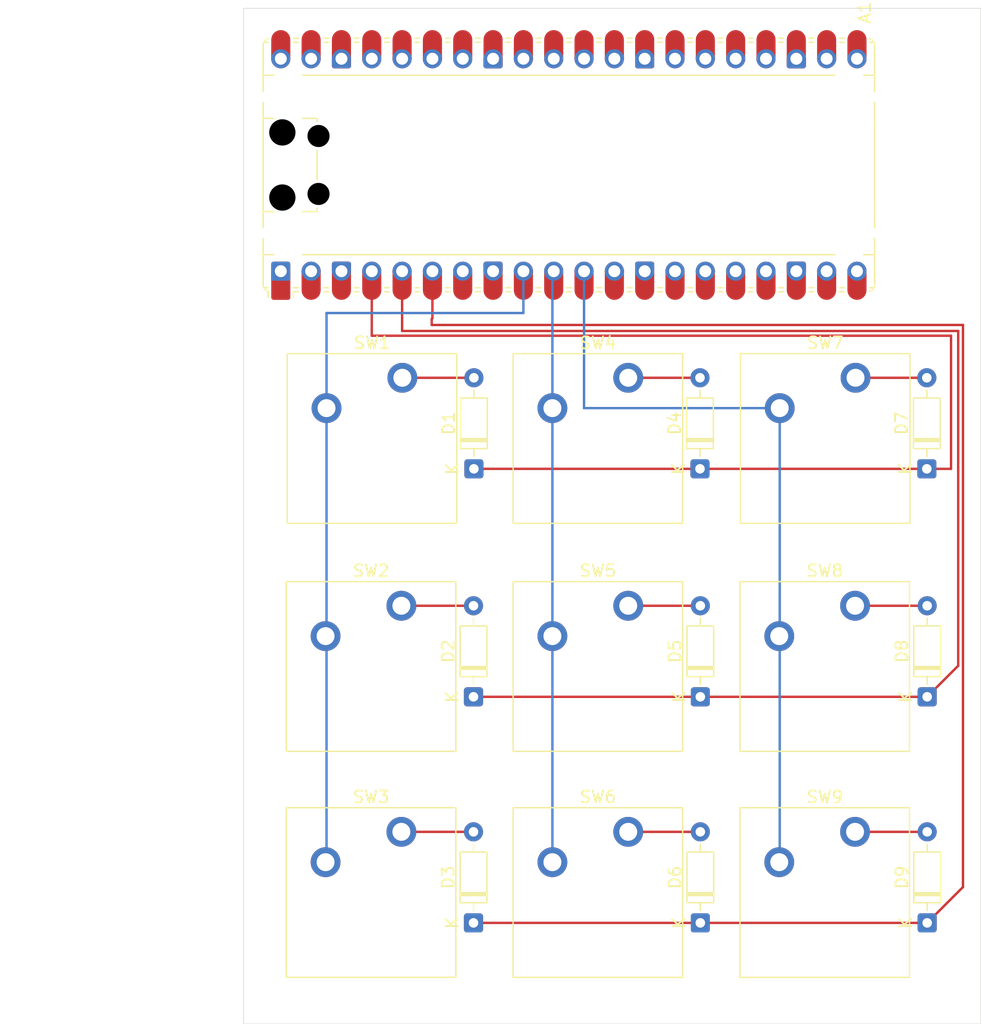
<source format=kicad_pcb>
(kicad_pcb (version 20241229) (generator "pcbnew") (generator_version "9.0")
  (layers (0 "F.Cu" signal) (2 "B.Cu" signal) (13 "F.Paste" user) (15 "B.Paste" user) (5 "F.SilkS" user "F.Silkscreen") (7 "B.SilkS" user "B.Silkscreen") (1 "F.Mask" user) (3 "B.Mask" user) (25 "Edge.Cuts" user))
  (net 0 "")
  (net 5 "Net-(A1-GND-Pad13)")
  (net 15 "Net-(A1-GPIO7)")
  (net 29 "Net-(D1-A)")
  (net 30 "Net-(D2-A)")
  (net 31 "Net-(D3-A)")
  (net 32 "Net-(D4-A)")
  (net 33 "Net-(D5-A)")
  (net 34 "Net-(D6-A)")
  (net 35 "Net-(D7-A)")
  (net 36 "Net-(D8-A)")
  (net 37 "Net-(D9-A)")
  (net 38 "Net-(A1-GPIO4)")
  (net 39 "Net-(A1-GPIO8)")
  (net 40 "Net-(A1-GPIO3)")
  (net 42 "Net-(A1-GPIO2)")
  (net 43 "Net-(A1-GPIO6)")
  (footprint "ScottoKeebs_MX:MX_PCB_1.00u" (layer "F.Cu") (at 122 65)
    (property "Reference" "SW1" (at 0 -8 0) (layer "F.SilkS"))
    (property "Value" "Switch")
    (fp_line (start -7.1 -7.1) (end -7.1 7.1) (stroke (width 0.12)) (layer "F.SilkS"))
    (fp_line (start -7.1 7.1) (end 7.1 7.1) (stroke (width 0.12)) (layer "F.SilkS"))
    (fp_line (start 7.1 -7.1) (end -7.1 -7.1) (stroke (width 0.12)) (layer "F.SilkS"))
    (fp_line (start 7.1 7.1) (end 7.1 -7.1) (stroke (width 0.12)) (layer "F.SilkS"))
    (pad "" np_thru_hole circle (at -5.08 0) (size 1.75 1.75) (drill 1.75) (layers "*.Cu" "*.Mask"))
    (pad "" np_thru_hole circle (at 0 0) (size 4 4) (drill 4) (layers "*.Cu" "*.Mask"))
    (pad "" np_thru_hole circle (at 5.08 0) (size 1.75 1.75) (drill 1.75) (layers "*.Cu" "*.Mask"))
    (pad "1" thru_hole circle (at -3.81 -2.54) (size 2.5 2.5) (drill 1.5) (layers "*.Cu" "*.Mask") (net 43 "Net-(A1-GPIO6)"))
    (pad "2" thru_hole circle (at 2.54 -5.08) (size 2.5 2.5) (drill 1.5) (layers "*.Cu" "*.Mask") (net 29 "Net-(D1-A)"))
  )
  (footprint "ScottoKeebs_MX:MX_PCB_1.00u" (layer "F.Cu") (at 159.92 103)
    (property "Reference" "SW9" (at 0 -8 0) (layer "F.SilkS"))
    (property "Value" "Switch")
    (fp_line (start -7.1 -7.1) (end -7.1 7.1) (stroke (width 0.12)) (layer "F.SilkS"))
    (fp_line (start -7.1 7.1) (end 7.1 7.1) (stroke (width 0.12)) (layer "F.SilkS"))
    (fp_line (start 7.1 -7.1) (end -7.1 -7.1) (stroke (width 0.12)) (layer "F.SilkS"))
    (fp_line (start 7.1 7.1) (end 7.1 -7.1) (stroke (width 0.12)) (layer "F.SilkS"))
    (pad "" np_thru_hole circle (at -5.08 0) (size 1.75 1.75) (drill 1.75) (layers "*.Cu" "*.Mask"))
    (pad "" np_thru_hole circle (at 0 0) (size 4 4) (drill 4) (layers "*.Cu" "*.Mask"))
    (pad "" np_thru_hole circle (at 5.08 0) (size 1.75 1.75) (drill 1.75) (layers "*.Cu" "*.Mask"))
    (pad "1" thru_hole circle (at -3.81 -2.54) (size 2.5 2.5) (drill 1.5) (layers "*.Cu" "*.Mask") (net 39 "Net-(A1-GPIO8)"))
    (pad "2" thru_hole circle (at 2.54 -5.08) (size 2.5 2.5) (drill 1.5) (layers "*.Cu" "*.Mask") (net 37 "Net-(D9-A)"))
  )
  (footprint "ScottoKeebs_MX:MX_PCB_1.00u" (layer "F.Cu") (at 140.92 103)
    (property "Reference" "SW6" (at 0 -8 0) (layer "F.SilkS"))
    (property "Value" "Switch")
    (fp_line (start -7.1 -7.1) (end -7.1 7.1) (stroke (width 0.12)) (layer "F.SilkS"))
    (fp_line (start -7.1 7.1) (end 7.1 7.1) (stroke (width 0.12)) (layer "F.SilkS"))
    (fp_line (start 7.1 -7.1) (end -7.1 -7.1) (stroke (width 0.12)) (layer "F.SilkS"))
    (fp_line (start 7.1 7.1) (end 7.1 -7.1) (stroke (width 0.12)) (layer "F.SilkS"))
    (pad "" np_thru_hole circle (at -5.08 0) (size 1.75 1.75) (drill 1.75) (layers "*.Cu" "*.Mask"))
    (pad "" np_thru_hole circle (at 0 0) (size 4 4) (drill 4) (layers "*.Cu" "*.Mask"))
    (pad "" np_thru_hole circle (at 5.08 0) (size 1.75 1.75) (drill 1.75) (layers "*.Cu" "*.Mask"))
    (pad "1" thru_hole circle (at -3.81 -2.54) (size 2.5 2.5) (drill 1.5) (layers "*.Cu" "*.Mask") (net 15 "Net-(A1-GPIO7)"))
    (pad "2" thru_hole circle (at 2.54 -5.08) (size 2.5 2.5) (drill 1.5) (layers "*.Cu" "*.Mask") (net 34 "Net-(D6-A)"))
  )
  (footprint "Diode_THT:D_DO-35_SOD27_P7.62mm_Horizontal" (layer "F.Cu") (at 149.5 105.54 90)
    (property "Reference" "D6" (at 3.81 -2.12 90) (layer "F.SilkS"))
    (property "Value" "1N4148")
    (fp_line (start 2.53 -1.12) (end 2.53 1.12) (stroke (width 0.12)) (layer "F.SilkS"))
    (fp_line (start 2.41 -1.12) (end 2.41 1.12) (stroke (width 0.12)) (layer "F.SilkS"))
    (fp_line (start 2.29 -1.12) (end 2.29 1.12) (stroke (width 0.12)) (layer "F.SilkS"))
    (fp_line (start 6.58 0) (end 5.93 0) (stroke (width 0.12)) (layer "F.SilkS"))
    (fp_line (start 1.04 0) (end 1.69 0) (stroke (width 0.12)) (layer "F.SilkS"))
    (fp_rect (start 1.69 -1.12) (end 5.93 1.12) (stroke (width 0.12)) (fill no) (layer "F.SilkS"))
    (fp_text user "K" (at 0 -1.8 90) (layer "F.SilkS"))
    (pad "1" thru_hole roundrect (at 0 0 90) (size 1.6 1.6) (drill 0.8) (layers "*.Cu" "*.Mask") (roundrect_rratio 0.15625) (net 38 "Net-(A1-GPIO4)"))
    (pad "2" thru_hole circle (at 7.62 0 90) (size 1.6 1.6) (drill 0.8) (layers "*.Cu" "*.Mask") (net 34 "Net-(D6-A)"))
  )
  (footprint "ScottoKeebs_MX:MX_PCB_1.00u" (layer "F.Cu") (at 159.92 84.08)
    (property "Reference" "SW8" (at 0 -8 0) (layer "F.SilkS"))
    (property "Value" "Switch")
    (fp_line (start -7.1 -7.1) (end -7.1 7.1) (stroke (width 0.12)) (layer "F.SilkS"))
    (fp_line (start -7.1 7.1) (end 7.1 7.1) (stroke (width 0.12)) (layer "F.SilkS"))
    (fp_line (start 7.1 -7.1) (end -7.1 -7.1) (stroke (width 0.12)) (layer "F.SilkS"))
    (fp_line (start 7.1 7.1) (end 7.1 -7.1) (stroke (width 0.12)) (layer "F.SilkS"))
    (pad "" np_thru_hole circle (at -5.08 0) (size 1.75 1.75) (drill 1.75) (layers "*.Cu" "*.Mask"))
    (pad "" np_thru_hole circle (at 0 0) (size 4 4) (drill 4) (layers "*.Cu" "*.Mask"))
    (pad "" np_thru_hole circle (at 5.08 0) (size 1.75 1.75) (drill 1.75) (layers "*.Cu" "*.Mask"))
    (pad "1" thru_hole circle (at -3.81 -2.54) (size 2.5 2.5) (drill 1.5) (layers "*.Cu" "*.Mask") (net 39 "Net-(A1-GPIO8)"))
    (pad "2" thru_hole circle (at 2.54 -5.08) (size 2.5 2.5) (drill 1.5) (layers "*.Cu" "*.Mask") (net 36 "Net-(D8-A)"))
  )
  (footprint "Diode_THT:D_DO-35_SOD27_P7.62mm_Horizontal" (layer "F.Cu") (at 149.470596 67.54 90)
    (property "Reference" "D4" (at 3.81 -2.12 90) (layer "F.SilkS"))
    (property "Value" "1N4148")
    (fp_line (start 2.53 -1.12) (end 2.53 1.12) (stroke (width 0.12)) (layer "F.SilkS"))
    (fp_line (start 2.41 -1.12) (end 2.41 1.12) (stroke (width 0.12)) (layer "F.SilkS"))
    (fp_line (start 2.29 -1.12) (end 2.29 1.12) (stroke (width 0.12)) (layer "F.SilkS"))
    (fp_line (start 6.58 0) (end 5.93 0) (stroke (width 0.12)) (layer "F.SilkS"))
    (fp_line (start 1.04 0) (end 1.69 0) (stroke (width 0.12)) (layer "F.SilkS"))
    (fp_rect (start 1.69 -1.12) (end 5.93 1.12) (stroke (width 0.12)) (fill no) (layer "F.SilkS"))
    (fp_text user "K" (at 0 -1.8 90) (layer "F.SilkS"))
    (pad "1" thru_hole roundrect (at 0 0 90) (size 1.6 1.6) (drill 0.8) (layers "*.Cu" "*.Mask") (roundrect_rratio 0.15625) (net 42 "Net-(A1-GPIO2)"))
    (pad "2" thru_hole circle (at 7.62 0 90) (size 1.6 1.6) (drill 0.8) (layers "*.Cu" "*.Mask") (net 32 "Net-(D4-A)"))
  )
  (footprint "Diode_THT:D_DO-35_SOD27_P7.62mm_Horizontal" (layer "F.Cu") (at 130.534693 67.54 90)
    (property "Reference" "D1" (at 3.81 -2.12 90) (layer "F.SilkS"))
    (property "Value" "1N4148")
    (fp_line (start 2.53 -1.12) (end 2.53 1.12) (stroke (width 0.12)) (layer "F.SilkS"))
    (fp_line (start 2.41 -1.12) (end 2.41 1.12) (stroke (width 0.12)) (layer "F.SilkS"))
    (fp_line (start 2.29 -1.12) (end 2.29 1.12) (stroke (width 0.12)) (layer "F.SilkS"))
    (fp_line (start 6.58 0) (end 5.93 0) (stroke (width 0.12)) (layer "F.SilkS"))
    (fp_line (start 1.04 0) (end 1.69 0) (stroke (width 0.12)) (layer "F.SilkS"))
    (fp_rect (start 1.69 -1.12) (end 5.93 1.12) (stroke (width 0.12)) (fill no) (layer "F.SilkS"))
    (fp_text user "K" (at 0 -1.8 90) (layer "F.SilkS"))
    (pad "1" thru_hole roundrect (at 0 0 90) (size 1.6 1.6) (drill 0.8) (layers "*.Cu" "*.Mask") (roundrect_rratio 0.15625) (net 42 "Net-(A1-GPIO2)"))
    (pad "2" thru_hole circle (at 7.62 0 90) (size 1.6 1.6) (drill 0.8) (layers "*.Cu" "*.Mask") (net 29 "Net-(D1-A)"))
  )
  (footprint "ScottoKeebs_MX:MX_PCB_1.00u" (layer "F.Cu") (at 140.92 84.08)
    (property "Reference" "SW5" (at 0 -8 0) (layer "F.SilkS"))
    (property "Value" "Switch")
    (fp_line (start -7.1 -7.1) (end -7.1 7.1) (stroke (width 0.12)) (layer "F.SilkS"))
    (fp_line (start -7.1 7.1) (end 7.1 7.1) (stroke (width 0.12)) (layer "F.SilkS"))
    (fp_line (start 7.1 -7.1) (end -7.1 -7.1) (stroke (width 0.12)) (layer "F.SilkS"))
    (fp_line (start 7.1 7.1) (end 7.1 -7.1) (stroke (width 0.12)) (layer "F.SilkS"))
    (pad "" np_thru_hole circle (at -5.08 0) (size 1.75 1.75) (drill 1.75) (layers "*.Cu" "*.Mask"))
    (pad "" np_thru_hole circle (at 0 0) (size 4 4) (drill 4) (layers "*.Cu" "*.Mask"))
    (pad "" np_thru_hole circle (at 5.08 0) (size 1.75 1.75) (drill 1.75) (layers "*.Cu" "*.Mask"))
    (pad "1" thru_hole circle (at -3.81 -2.54) (size 2.5 2.5) (drill 1.5) (layers "*.Cu" "*.Mask") (net 15 "Net-(A1-GPIO7)"))
    (pad "2" thru_hole circle (at 2.54 -5.08) (size 2.5 2.5) (drill 1.5) (layers "*.Cu" "*.Mask") (net 33 "Net-(D5-A)"))
  )
  (footprint "Module:RaspberryPi_Pico_Common_Unspecified" (layer "F.Cu") (at 138.49 42.11 90)
    (property "Reference" "A1" (at 11.7475 24.765 90) (layer "F.SilkS") (effects (justify left)))
    (property "Value" "RaspberryPi_Pico")
    (fp_line (start 10 -25.61) (end 7.51 -25.61) (stroke (width 0.12)) (layer "F.SilkS"))
    (fp_line (start 7.51 -25.61) (end 7.51 -24.69648) (stroke (width 0.12)) (layer "F.SilkS"))
    (fp_line (start 6.162061 -25.61) (end 7.51 -25.61) (stroke (width 0.12)) (layer "F.SilkS"))
    (fp_line (start 4.235 -25.61) (end 5.237939 -25.61) (stroke (width 0.12)) (layer "F.SilkS"))
    (fp_line (start 3.9 -25.61) (end 3.9 -24.694) (stroke (width 0.12)) (layer "F.SilkS"))
    (fp_line (start -3.9 -25.61) (end -3.9 -24.694) (stroke (width 0.12)) (layer "F.SilkS"))
    (fp_line (start -4.235 -25.61) (end 4.235 -25.61) (stroke (width 0.12)) (layer "F.SilkS"))
    (fp_line (start -5.237939 -25.61) (end -4.235 -25.61) (stroke (width 0.12)) (layer "F.SilkS"))
    (fp_line (start -7.51 -25.61) (end -6.16206 -25.61) (stroke (width 0.12)) (layer "F.SilkS"))
    (fp_line (start -7.51 -25.61) (end -7.51 -24.69648) (stroke (width 0.12)) (layer "F.SilkS"))
    (fp_line (start -10 -25.61) (end -7.51 -25.61) (stroke (width 0.12)) (layer "F.SilkS"))
    (fp_line (start -10.579676 -25.19) (end -11.09 -25.19) (stroke (width 0.12)) (layer "F.SilkS"))
    (fp_line (start 10.27 -25.189937) (end 10.27 -25.547) (stroke (width 0.12)) (layer "F.SilkS"))
    (fp_line (start -10.27 -25.189937) (end -10.27 -25.547) (stroke (width 0.12)) (layer "F.SilkS"))
    (fp_line (start 10.61 -23.07) (end 10.61 -22.65) (stroke (width 0.12)) (layer "F.SilkS"))
    (fp_line (start 10.27 -23.07) (end 10.27 -22.65) (stroke (width 0.12)) (layer "F.SilkS"))
    (fp_line (start -10.27 -23.07) (end -10.27 -22.65) (stroke (width 0.12)) (layer "F.SilkS"))
    (fp_line (start -10.61 -23.07) (end -11.09 -23.07) (stroke (width 0.12)) (layer "F.SilkS"))
    (fp_line (start -10.61 -23.07) (end -10.61 -22.65) (stroke (width 0.12)) (layer "F.SilkS"))
    (fp_line (start 3.9 -22.306) (end 3.9 -21.09) (stroke (width 0.12)) (layer "F.SilkS"))
    (fp_line (start -3.9 -22.306) (end -3.9 -21.09) (stroke (width 0.12)) (layer "F.SilkS"))
    (fp_line (start 7.51 -22.30352) (end 7.51 22.30352) (stroke (width 0.12)) (layer "F.SilkS"))
    (fp_line (start -7.51 -22.30352) (end -7.51 22.30352) (stroke (width 0.12)) (layer "F.SilkS"))
    (fp_line (start 3.60391 -21.09) (end 3.9 -21.09) (stroke (width 0.12)) (layer "F.SilkS"))
    (fp_line (start -1.24609 -21.09) (end 1.24609 -21.09) (stroke (width 0.12)) (layer "F.SilkS"))
    (fp_line (start -3.9 -21.09) (end -3.60391 -21.09) (stroke (width 0.12)) (layer "F.SilkS"))
    (fp_line (start 10.61 -20.53) (end 10.61 -20.11) (stroke (width 0.12)) (layer "F.SilkS"))
    (fp_line (start 10.27 -20.53) (end 10.27 -20.11) (stroke (width 0.12)) (layer "F.SilkS"))
    (fp_line (start -10.27 -20.53) (end -10.27 -20.11) (stroke (width 0.12)) (layer "F.SilkS"))
    (fp_line (start -10.61 -20.53) (end -10.61 -20.11) (stroke (width 0.12)) (layer "F.SilkS"))
    (fp_line (start 10.61 -17.99) (end 10.61 -17.57) (stroke (width 0.12)) (layer "F.SilkS"))
    (fp_line (start 10.27 -17.99) (end 10.27 -17.57) (stroke (width 0.12)) (layer "F.SilkS"))
    (fp_line (start -10.27 -17.99) (end -10.27 -17.57) (stroke (width 0.12)) (layer "F.SilkS"))
    (fp_line (start -10.61 -17.99) (end -10.61 -17.57) (stroke (width 0.12)) (layer "F.SilkS"))
    (fp_line (start 10.61 -15.45) (end 10.61 -15.03) (stroke (width 0.12)) (layer "F.SilkS"))
    (fp_line (start 10.27 -15.45) (end 10.27 -15.03) (stroke (width 0.12)) (layer "F.SilkS"))
    (fp_line (start -10.27 -15.45) (end -10.27 -15.03) (stroke (width 0.12)) (layer "F.SilkS"))
    (fp_line (start -10.61 -15.45) (end -10.61 -15.03) (stroke (width 0.12)) (layer "F.SilkS"))
    (fp_line (start 10.61 -12.91) (end 10.61 -12.49) (stroke (width 0.12)) (layer "F.SilkS"))
    (fp_line (start 10.27 -12.91) (end 10.27 -12.49) (stroke (width 0.12)) (layer "F.SilkS"))
    (fp_line (start -10.27 -12.91) (end -10.27 -12.49) (stroke (width 0.12)) (layer "F.SilkS"))
    (fp_line (start -10.61 -12.91) (end -10.61 -12.49) (stroke (width 0.12)) (layer "F.SilkS"))
    (fp_line (start 10.61 -10.37) (end 10.61 -9.95) (stroke (width 0.12)) (layer "F.SilkS"))
    (fp_line (start 10.27 -10.37) (end 10.27 -9.95) (stroke (width 0.12)) (layer "F.SilkS"))
    (fp_line (start -10.27 -10.37) (end -10.27 -9.95) (stroke (width 0.12)) (layer "F.SilkS"))
    (fp_line (start -10.61 -10.37) (end -10.61 -9.95) (stroke (width 0.12)) (layer "F.SilkS"))
    (fp_line (start 10.61 -7.83) (end 10.61 -7.41) (stroke (width 0.12)) (layer "F.SilkS"))
    (fp_line (start 10.27 -7.83) (end 10.27 -7.41) (stroke (width 0.12)) (layer "F.SilkS"))
    (fp_line (start -10.27 -7.83) (end -10.27 -7.41) (stroke (width 0.12)) (layer "F.SilkS"))
    (fp_line (start -10.61 -7.83) (end -10.61 -7.41) (stroke (width 0.12)) (layer "F.SilkS"))
    (fp_line (start 10.61 -5.29) (end 10.61 -4.87) (stroke (width 0.12)) (layer "F.SilkS"))
    (fp_line (start 10.27 -5.29) (end 10.27 -4.87) (stroke (width 0.12)) (layer "F.SilkS"))
    (fp_line (start -10.27 -5.29) (end -10.27 -4.87) (stroke (width 0.12)) (layer "F.SilkS"))
    (fp_line (start -10.61 -5.29) (end -10.61 -4.87) (stroke (width 0.12)) (layer "F.SilkS"))
    (fp_line (start 10.61 -2.75) (end 10.61 -2.33) (stroke (width 0.12)) (layer "F.SilkS"))
    (fp_line (start 10.27 -2.75) (end 10.27 -2.33) (stroke (width 0.12)) (layer "F.SilkS"))
    (fp_line (start -10.27 -2.75) (end -10.27 -2.33) (stroke (width 0.12)) (layer "F.SilkS"))
    (fp_line (start -10.61 -2.75) (end -10.61 -2.33) (stroke (width 0.12)) (layer "F.SilkS"))
    (fp_line (start 10.61 -0.21) (end 10.61 0.21) (stroke (width 0.12)) (layer "F.SilkS"))
    (fp_line (start 10.27 -0.21) (end 10.27 0.21) (stroke (width 0.12)) (layer "F.SilkS"))
    (fp_line (start -10.27 -0.21) (end -10.27 0.21) (stroke (width 0.12)) (layer "F.SilkS"))
    (fp_line (start -10.61 -0.21) (end -10.61 0.21) (stroke (width 0.12)) (layer "F.SilkS"))
    (fp_line (start 10.61 2.33) (end 10.61 2.75) (stroke (width 0.12)) (layer "F.SilkS"))
    (fp_line (start 10.27 2.33) (end 10.27 2.75) (stroke (width 0.12)) (layer "F.SilkS"))
    (fp_line (start -10.27 2.33) (end -10.27 2.75) (stroke (width 0.12)) (layer "F.SilkS"))
    (fp_line (start -10.61 2.33) (end -10.61 2.75) (stroke (width 0.12)) (layer "F.SilkS"))
    (fp_line (start 10.61 4.87) (end 10.61 5.29) (stroke (width 0.12)) (layer "F.SilkS"))
    (fp_line (start 10.27 4.87) (end 10.27 5.29) (stroke (width 0.12)) (layer "F.SilkS"))
    (fp_line (start -10.27 4.87) (end -10.27 5.29) (stroke (width 0.12)) (layer "F.SilkS"))
    (fp_line (start -10.61 4.87) (end -10.61 5.29) (stroke (width 0.12)) (layer "F.SilkS"))
    (fp_line (start 10.61 7.41) (end 10.61 7.83) (stroke (width 0.12)) (layer "F.SilkS"))
    (fp_line (start 10.27 7.41) (end 10.27 7.83) (stroke (width 0.12)) (layer "F.SilkS"))
    (fp_line (start -10.27 7.41) (end -10.27 7.83) (stroke (width 0.12)) (layer "F.SilkS"))
    (fp_line (start -10.61 7.41) (end -10.61 7.83) (stroke (width 0.12)) (layer "F.SilkS"))
    (fp_line (start 10.61 9.95) (end 10.61 10.37) (stroke (width 0.12)) (layer "F.SilkS"))
    (fp_line (start 10.27 9.95) (end 10.27 10.37) (stroke (width 0.12)) (layer "F.SilkS"))
    (fp_line (start -10.27 9.95) (end -10.27 10.37) (stroke (width 0.12)) (layer "F.SilkS"))
    (fp_line (start -10.61 9.95) (end -10.61 10.37) (stroke (width 0.12)) (layer "F.SilkS"))
    (fp_line (start 10.61 12.49) (end 10.61 12.91) (stroke (width 0.12)) (layer "F.SilkS"))
    (fp_line (start 10.27 12.49) (end 10.27 12.91) (stroke (width 0.12)) (layer "F.SilkS"))
    (fp_line (start -10.27 12.49) (end -10.27 12.91) (stroke (width 0.12)) (layer "F.SilkS"))
    (fp_line (start -10.61 12.49) (end -10.61 12.91) (stroke (width 0.12)) (layer "F.SilkS"))
    (fp_line (start 10.61 15.03) (end 10.61 15.45) (stroke (width 0.12)) (layer "F.SilkS"))
    (fp_line (start 10.27 15.03) (end 10.27 15.45) (stroke (width 0.12)) (layer "F.SilkS"))
    (fp_line (start -10.27 15.03) (end -10.27 15.45) (stroke (width 0.12)) (layer "F.SilkS"))
    (fp_line (start -10.61 15.03) (end -10.61 15.45) (stroke (width 0.12)) (layer "F.SilkS"))
    (fp_line (start 10.61 17.57) (end 10.61 17.99) (stroke (width 0.12)) (layer "F.SilkS"))
    (fp_line (start 10.27 17.57) (end 10.27 17.99) (stroke (width 0.12)) (layer "F.SilkS"))
    (fp_line (start -10.27 17.57) (end -10.27 17.99) (stroke (width 0.12)) (layer "F.SilkS"))
    (fp_line (start -10.61 17.57) (end -10.61 17.99) (stroke (width 0.12)) (layer "F.SilkS"))
    (fp_line (start 10.61 20.11) (end 10.61 20.53) (stroke (width 0.12)) (layer "F.SilkS"))
    (fp_line (start 10.27 20.11) (end 10.27 20.53) (stroke (width 0.12)) (layer "F.SilkS"))
    (fp_line (start -10.27 20.11) (end -10.27 20.53) (stroke (width 0.12)) (layer "F.SilkS"))
    (fp_line (start -10.61 20.11) (end -10.61 20.53) (stroke (width 0.12)) (layer "F.SilkS"))
    (fp_line (start 10.61 22.65) (end 10.61 23.07) (stroke (width 0.12)) (layer "F.SilkS"))
    (fp_line (start 10.27 22.65) (end 10.27 23.07) (stroke (width 0.12)) (layer "F.SilkS"))
    (fp_line (start -10.27 22.65) (end -10.27 23.07) (stroke (width 0.12)) (layer "F.SilkS"))
    (fp_line (start -10.61 22.65) (end -10.61 23.07) (stroke (width 0.12)) (layer "F.SilkS"))
    (fp_line (start 7.51 24.69648) (end 7.51 25.61) (stroke (width 0.12)) (layer "F.SilkS"))
    (fp_line (start -7.51 24.69648) (end -7.51 25.61) (stroke (width 0.12)) (layer "F.SilkS"))
    (fp_line (start 10.27 25.189937) (end 10.27 25.547) (stroke (width 0.12)) (layer "F.SilkS"))
    (fp_line (start -10.27 25.189937) (end -10.27 25.547) (stroke (width 0.12)) (layer "F.SilkS"))
    (fp_line (start 6.162061 25.61) (end 10 25.61) (stroke (width 0.12)) (layer "F.SilkS"))
    (fp_line (start 5.237939 25.61) (end 3.6 25.61) (stroke (width 0.12)) (layer "F.SilkS"))
    (fp_line (start 3.6 25.61) (end -3.6 25.61) (stroke (width 0.12)) (layer "F.SilkS"))
    (fp_line (start -3.6 25.61) (end -5.237939 25.61) (stroke (width 0.12)) (layer "F.SilkS"))
    (fp_line (start -10 25.61) (end -6.162061 25.61) (stroke (width 0.12)) (layer "F.SilkS"))
    (fp_arc (start 10 -25.61) (mid 10.357937 -25.493944) (end 10.579676 -25.189937) (stroke (width 0.12)) (layer "F.SilkS"))
    (fp_arc (start -10.579676 -25.19) (mid -10.357938 -25.493944) (end -10 -25.61) (stroke (width 0.12)) (layer "F.SilkS"))
    (fp_arc (start 10.579676 25.189937) (mid 10.357946 25.493957) (end 10 25.61) (stroke (width 0.12)) (layer "F.SilkS"))
    (fp_arc (start -10 25.61) (mid -10.357937 25.493944) (end -10.579676 25.189937) (stroke (width 0.12)) (layer "F.SilkS"))
    (pad "" np_thru_hole circle (at -2.725 -24 90) (size 2.2 2.2) (drill 2.2) (layers "*.Mask"))
    (pad "" np_thru_hole circle (at -2.425 -20.97 90) (size 1.85 1.85) (drill 1.85) (layers "*.Mask"))
    (pad "" np_thru_hole circle (at 2.425 -20.97 90) (size 1.85 1.85) (drill 1.85) (layers "*.Mask"))
    (pad "" np_thru_hole circle (at 2.725 -24 90) (size 2.2 2.2) (drill 2.2) (layers "*.Mask"))
    (pad "1" smd custom (at -9.69 -24.13 90) (size 1.6 0.8) (layers "F.Cu" "F.Mask") (options (clearance outline) (anchor rect)) (primitives (gr_circle (center 0.8 0) (end 1.6 0) (width 0) (fill yes)) (gr_poly (pts (xy -1.6 -0.6) (xy -1.6 0.6) (xy -1.4 0.8) (xy 0.8 0.8) (xy 0.8 -0.8) (xy -1.4 -0.8)) (width 0) (fill yes)) (gr_circle (center -1.4 -0.6) (end -1.2 -0.6) (width 0) (fill yes)) (gr_circle (center -1.4 0.6) (end -1.2 0.6) (width 0) (fill yes))))
    (pad "1" thru_hole roundrect (at -8.89 -24.13 90) (size 1.6 1.6) (drill 1) (layers "*.Cu" "*.Mask") (roundrect_rratio 0.125))
    (pad "2" smd roundrect (at -9.69 -21.59 90) (size 3.2 1.6) (layers "F.Cu" "F.Mask") (roundrect_rratio 0.5))
    (pad "2" thru_hole circle (at -8.89 -21.59 90) (size 1.6 1.6) (drill 1) (layers "*.Cu" "*.Mask"))
    (pad "3" smd custom (at -9.69 -19.05 90) (size 1.6 0.8) (layers "F.Cu" "F.Mask") (net 5 "Net-(A1-GND-Pad13)") (options (clearance outline) (anchor rect)) (primitives (gr_circle (center -0.8 0) (end 0 0) (width 0) (fill yes)) (gr_poly (pts (xy 1.6 -0.6) (xy 1.6 0.6) (xy 1.4 0.8) (xy -0.8 0.8) (xy -0.8 -0.8) (xy 1.4 -0.8)) (width 0) (fill yes)) (gr_circle (center 1.4 -0.6) (end 1.6 -0.6) (width 0) (fill yes)) (gr_circle (center 1.4 0.6) (end 1.6 0.6) (width 0) (fill yes))))
    (pad "3" thru_hole custom (at -8.89 -19.05 90) (size 1.6 1.6) (drill 1) (layers "*.Cu" "*.Mask") (net 5 "Net-(A1-GND-Pad13)") (options (clearance outline) (anchor circle)) (primitives (gr_poly (pts (xy 0.8 0.6) (xy 0.8 -0.6) (xy 0.6 -0.8) (xy 0 -0.8) (xy 0 0.8) (xy 0.6 0.8)) (width 0) (fill yes)) (gr_circle (center 0.6 0.6) (end 0.8 0.6) (width 0) (fill yes)) (gr_circle (center 0.6 -0.6) (end 0.8 -0.6) (width 0) (fill yes))))
    (pad "4" smd roundrect (at -9.69 -16.51 90) (size 3.2 1.6) (layers "F.Cu" "F.Mask") (roundrect_rratio 0.5) (net 42 "Net-(A1-GPIO2)"))
    (pad "4" thru_hole circle (at -8.89 -16.51 90) (size 1.6 1.6) (drill 1) (layers "*.Cu" "*.Mask") (net 42 "Net-(A1-GPIO2)"))
    (pad "5" smd roundrect (at -9.69 -13.97 90) (size 3.2 1.6) (layers "F.Cu" "F.Mask") (roundrect_rratio 0.5) (net 40 "Net-(A1-GPIO3)"))
    (pad "5" thru_hole circle (at -8.89 -13.97 90) (size 1.6 1.6) (drill 1) (layers "*.Cu" "*.Mask") (net 40 "Net-(A1-GPIO3)"))
    (pad "6" smd roundrect (at -9.69 -11.43 90) (size 3.2 1.6) (layers "F.Cu" "F.Mask") (roundrect_rratio 0.5) (net 38 "Net-(A1-GPIO4)"))
    (pad "6" thru_hole circle (at -8.89 -11.43 90) (size 1.6 1.6) (drill 1) (layers "*.Cu" "*.Mask") (net 38 "Net-(A1-GPIO4)"))
    (pad "7" smd roundrect (at -9.69 -8.89 90) (size 3.2 1.6) (layers "F.Cu" "F.Mask") (roundrect_rratio 0.5))
    (pad "7" thru_hole circle (at -8.89 -8.89 90) (size 1.6 1.6) (drill 1) (layers "*.Cu" "*.Mask"))
    (pad "8" smd custom (at -9.69 -6.35 90) (size 1.6 0.8) (layers "F.Cu" "F.Mask") (net 5 "Net-(A1-GND-Pad13)") (options (clearance outline) (anchor rect)) (primitives (gr_circle (center -0.8 0) (end 0 0) (width 0) (fill yes)) (gr_poly (pts (xy 1.6 -0.6) (xy 1.6 0.6) (xy 1.4 0.8) (xy -0.8 0.8) (xy -0.8 -0.8) (xy 1.4 -0.8)) (width 0) (fill yes)) (gr_circle (center 1.4 -0.6) (end 1.6 -0.6) (width 0) (fill yes)) (gr_circle (center 1.4 0.6) (end 1.6 0.6) (width 0) (fill yes))))
    (pad "8" thru_hole custom (at -8.89 -6.35 90) (size 1.6 1.6) (drill 1) (layers "*.Cu" "*.Mask") (net 5 "Net-(A1-GND-Pad13)") (options (clearance outline) (anchor circle)) (primitives (gr_poly (pts (xy 0.8 0.6) (xy 0.8 -0.6) (xy 0.6 -0.8) (xy 0 -0.8) (xy 0 0.8) (xy 0.6 0.8)) (width 0) (fill yes)) (gr_circle (center 0.6 0.6) (end 0.8 0.6) (width 0) (fill yes)) (gr_circle (center 0.6 -0.6) (end 0.8 -0.6) (width 0) (fill yes))))
    (pad "9" smd roundrect (at -9.69 -3.81 90) (size 3.2 1.6) (layers "F.Cu" "F.Mask") (roundrect_rratio 0.5) (net 43 "Net-(A1-GPIO6)"))
    (pad "9" thru_hole circle (at -8.89 -3.81 90) (size 1.6 1.6) (drill 1) (layers "*.Cu" "*.Mask") (net 43 "Net-(A1-GPIO6)"))
    (pad "10" smd roundrect (at -9.69 -1.27 90) (size 3.2 1.6) (layers "F.Cu" "F.Mask") (roundrect_rratio 0.5) (net 15 "Net-(A1-GPIO7)"))
    (pad "10" thru_hole circle (at -8.89 -1.27 90) (size 1.6 1.6) (drill 1) (layers "*.Cu" "*.Mask") (net 15 "Net-(A1-GPIO7)"))
    (pad "11" smd roundrect (at -9.69 1.27 90) (size 3.2 1.6) (layers "F.Cu" "F.Mask") (roundrect_rratio 0.5) (net 39 "Net-(A1-GPIO8)"))
    (pad "11" thru_hole circle (at -8.89 1.27 90) (size 1.6 1.6) (drill 1) (layers "*.Cu" "*.Mask") (net 39 "Net-(A1-GPIO8)"))
    (pad "12" smd roundrect (at -9.69 3.81 90) (size 3.2 1.6) (layers "F.Cu" "F.Mask") (roundrect_rratio 0.5))
    (pad "12" thru_hole circle (at -8.89 3.81 90) (size 1.6 1.6) (drill 1) (layers "*.Cu" "*.Mask"))
    (pad "13" smd custom (at -9.69 6.35 90) (size 1.6 0.8) (layers "F.Cu" "F.Mask") (net 5 "Net-(A1-GND-Pad13)") (options (clearance outline) (anchor rect)) (primitives (gr_circle (center -0.8 0) (end 0 0) (width 0) (fill yes)) (gr_poly (pts (xy 1.6 -0.6) (xy 1.6 0.6) (xy 1.4 0.8) (xy -0.8 0.8) (xy -0.8 -0.8) (xy 1.4 -0.8)) (width 0) (fill yes)) (gr_circle (center 1.4 -0.6) (end 1.6 -0.6) (width 0) (fill yes)) (gr_circle (center 1.4 0.6) (end 1.6 0.6) (width 0) (fill yes))))
    (pad "13" thru_hole custom (at -8.89 6.35 90) (size 1.6 1.6) (drill 1) (layers "*.Cu" "*.Mask") (net 5 "Net-(A1-GND-Pad13)") (options (clearance outline) (anchor circle)) (primitives (gr_poly (pts (xy 0.8 0.6) (xy 0.8 -0.6) (xy 0.6 -0.8) (xy 0 -0.8) (xy 0 0.8) (xy 0.6 0.8)) (width 0) (fill yes)) (gr_circle (center 0.6 0.6) (end 0.8 0.6) (width 0) (fill yes)) (gr_circle (center 0.6 -0.6) (end 0.8 -0.6) (width 0) (fill yes))))
    (pad "14" smd roundrect (at -9.69 8.89 90) (size 3.2 1.6) (layers "F.Cu" "F.Mask") (roundrect_rratio 0.5))
    (pad "14" thru_hole circle (at -8.89 8.89 90) (size 1.6 1.6) (drill 1) (layers "*.Cu" "*.Mask"))
    (pad "15" smd roundrect (at -9.69 11.43 90) (size 3.2 1.6) (layers "F.Cu" "F.Mask") (roundrect_rratio 0.5))
    (pad "15" thru_hole circle (at -8.89 11.43 90) (size 1.6 1.6) (drill 1) (layers "*.Cu" "*.Mask"))
    (pad "16" smd roundrect (at -9.69 13.97 90) (size 3.2 1.6) (layers "F.Cu" "F.Mask") (roundrect_rratio 0.5))
    (pad "16" thru_hole circle (at -8.89 13.97 90) (size 1.6 1.6) (drill 1) (layers "*.Cu" "*.Mask"))
    (pad "17" smd roundrect (at -9.69 16.51 90) (size 3.2 1.6) (layers "F.Cu" "F.Mask") (roundrect_rratio 0.5))
    (pad "17" thru_hole circle (at -8.89 16.51 90) (size 1.6 1.6) (drill 1) (layers "*.Cu" "*.Mask"))
    (pad "18" smd custom (at -9.69 19.05 90) (size 1.6 0.8) (layers "F.Cu" "F.Mask") (net 5 "Net-(A1-GND-Pad13)") (options (clearance outline) (anchor rect)) (primitives (gr_circle (center -0.8 0) (end 0 0) (width 0) (fill yes)) (gr_poly (pts (xy 1.6 -0.6) (xy 1.6 0.6) (xy 1.4 0.8) (xy -0.8 0.8) (xy -0.8 -0.8) (xy 1.4 -0.8)) (width 0) (fill yes)) (gr_circle (center 1.4 -0.6) (end 1.6 -0.6) (width 0) (fill yes)) (gr_circle (center 1.4 0.6) (end 1.6 0.6) (width 0) (fill yes))))
    (pad "18" thru_hole custom (at -8.89 19.05 90) (size 1.6 1.6) (drill 1) (layers "*.Cu" "*.Mask") (net 5 "Net-(A1-GND-Pad13)") (options (clearance outline) (anchor circle)) (primitives (gr_poly (pts (xy 0.8 0.6) (xy 0.8 -0.6) (xy 0.6 -0.8) (xy 0 -0.8) (xy 0 0.8) (xy 0.6 0.8)) (width 0) (fill yes)) (gr_circle (center 0.6 0.6) (end 0.8 0.6) (width 0) (fill yes)) (gr_circle (center 0.6 -0.6) (end 0.8 -0.6) (width 0) (fill yes))))
    (pad "19" smd roundrect (at -9.69 21.59 90) (size 3.2 1.6) (layers "F.Cu" "F.Mask") (roundrect_rratio 0.5))
    (pad "19" thru_hole circle (at -8.89 21.59 90) (size 1.6 1.6) (drill 1) (layers "*.Cu" "*.Mask"))
    (pad "20" smd roundrect (at -9.69 24.13 90) (size 3.2 1.6) (layers "F.Cu" "F.Mask") (roundrect_rratio 0.5))
    (pad "20" thru_hole circle (at -8.89 24.13 90) (size 1.6 1.6) (drill 1) (layers "*.Cu" "*.Mask"))
    (pad "21" thru_hole circle (at 8.89 24.13 90) (size 1.6 1.6) (drill 1) (layers "*.Cu" "*.Mask"))
    (pad "21" smd roundrect (at 9.69 24.13 90) (size 3.2 1.6) (layers "F.Cu" "F.Mask") (roundrect_rratio 0.5))
    (pad "22" thru_hole circle (at 8.89 21.59 90) (size 1.6 1.6) (drill 1) (layers "*.Cu" "*.Mask"))
    (pad "22" smd roundrect (at 9.69 21.59 90) (size 3.2 1.6) (layers "F.Cu" "F.Mask") (roundrect_rratio 0.5))
    (pad "23" thru_hole custom (at 8.89 19.05 90) (size 1.6 1.6) (drill 1) (layers "*.Cu" "*.Mask") (net 5 "Net-(A1-GND-Pad13)") (options (clearance outline) (anchor circle)) (primitives (gr_poly (pts (xy -0.8 0.6) (xy -0.8 -0.6) (xy -0.6 -0.8) (xy 0 -0.8) (xy 0 0.8) (xy -0.6 0.8)) (width 0) (fill yes)) (gr_circle (center -0.6 0.6) (end -0.4 0.6) (width 0) (fill yes)) (gr_circle (center -0.6 -0.6) (end -0.4 -0.6) (width 0) (fill yes))))
    (pad "23" smd custom (at 9.69 19.05 90) (size 1.6 0.8) (layers "F.Cu" "F.Mask") (net 5 "Net-(A1-GND-Pad13)") (options (clearance outline) (anchor rect)) (primitives (gr_circle (center 0.8 0) (end 1.6 0) (width 0) (fill yes)) (gr_poly (pts (xy -1.6 -0.6) (xy -1.6 0.6) (xy -1.4 0.8) (xy 0.8 0.8) (xy 0.8 -0.8) (xy -1.4 -0.8)) (width 0) (fill yes)) (gr_circle (center -1.4 -0.6) (end -1.2 -0.6) (width 0) (fill yes)) (gr_circle (center -1.4 0.6) (end -1.2 0.6) (width 0) (fill yes))))
    (pad "24" thru_hole circle (at 8.89 16.51 90) (size 1.6 1.6) (drill 1) (layers "*.Cu" "*.Mask"))
    (pad "24" smd roundrect (at 9.69 16.51 90) (size 3.2 1.6) (layers "F.Cu" "F.Mask") (roundrect_rratio 0.5))
    (pad "25" thru_hole circle (at 8.89 13.97 90) (size 1.6 1.6) (drill 1) (layers "*.Cu" "*.Mask"))
    (pad "25" smd roundrect (at 9.69 13.97 90) (size 3.2 1.6) (layers "F.Cu" "F.Mask") (roundrect_rratio 0.5))
    (pad "26" thru_hole circle (at 8.89 11.43 90) (size 1.6 1.6) (drill 1) (layers "*.Cu" "*.Mask"))
    (pad "26" smd roundrect (at 9.69 11.43 90) (size 3.2 1.6) (layers "F.Cu" "F.Mask") (roundrect_rratio 0.5))
    (pad "27" thru_hole circle (at 8.89 8.89 90) (size 1.6 1.6) (drill 1) (layers "*.Cu" "*.Mask"))
    (pad "27" smd roundrect (at 9.69 8.89 90) (size 3.2 1.6) (layers "F.Cu" "F.Mask") (roundrect_rratio 0.5))
    (pad "28" thru_hole custom (at 8.89 6.35 90) (size 1.6 1.6) (drill 1) (layers "*.Cu" "*.Mask") (net 5 "Net-(A1-GND-Pad13)") (options (clearance outline) (anchor circle)) (primitives (gr_poly (pts (xy -0.8 0.6) (xy -0.8 -0.6) (xy -0.6 -0.8) (xy 0 -0.8) (xy 0 0.8) (xy -0.6 0.8)) (width 0) (fill yes)) (gr_circle (center -0.6 0.6) (end -0.4 0.6) (width 0) (fill yes)) (gr_circle (center -0.6 -0.6) (end -0.4 -0.6) (width 0) (fill yes))))
    (pad "28" smd custom (at 9.69 6.35 90) (size 1.6 0.8) (layers "F.Cu" "F.Mask") (net 5 "Net-(A1-GND-Pad13)") (options (clearance outline) (anchor rect)) (primitives (gr_circle (center 0.8 0) (end 1.6 0) (width 0) (fill yes)) (gr_poly (pts (xy -1.6 -0.6) (xy -1.6 0.6) (xy -1.4 0.8) (xy 0.8 0.8) (xy 0.8 -0.8) (xy -1.4 -0.8)) (width 0) (fill yes)) (gr_circle (center -1.4 -0.6) (end -1.2 -0.6) (width 0) (fill yes)) (gr_circle (center -1.4 0.6) (end -1.2 0.6) (width 0) (fill yes))))
    (pad "29" thru_hole circle (at 8.89 3.81 90) (size 1.6 1.6) (drill 1) (layers "*.Cu" "*.Mask"))
    (pad "29" smd roundrect (at 9.69 3.81 90) (size 3.2 1.6) (layers "F.Cu" "F.Mask") (roundrect_rratio 0.5))
    (pad "30" thru_hole circle (at 8.89 1.27 90) (size 1.6 1.6) (drill 1) (layers "*.Cu" "*.Mask"))
    (pad "30" smd roundrect (at 9.69 1.27 90) (size 3.2 1.6) (layers "F.Cu" "F.Mask") (roundrect_rratio 0.5))
    (pad "31" thru_hole circle (at 8.89 -1.27 90) (size 1.6 1.6) (drill 1) (layers "*.Cu" "*.Mask"))
    (pad "31" smd roundrect (at 9.69 -1.27 90) (size 3.2 1.6) (layers "F.Cu" "F.Mask") (roundrect_rratio 0.5))
    (pad "32" thru_hole circle (at 8.89 -3.81 90) (size 1.6 1.6) (drill 1) (layers "*.Cu" "*.Mask"))
    (pad "32" smd roundrect (at 9.69 -3.81 90) (size 3.2 1.6) (layers "F.Cu" "F.Mask") (roundrect_rratio 0.5))
    (pad "33" thru_hole custom (at 8.89 -6.35 90) (size 1.6 1.6) (drill 1) (layers "*.Cu" "*.Mask") (options (clearance outline) (anchor circle)) (primitives (gr_poly (pts (xy -0.8 0.6) (xy -0.8 -0.6) (xy -0.6 -0.8) (xy 0 -0.8) (xy 0 0.8) (xy -0.6 0.8)) (width 0) (fill yes)) (gr_circle (center -0.6 0.6) (end -0.4 0.6) (width 0) (fill yes)) (gr_circle (center -0.6 -0.6) (end -0.4 -0.6) (width 0) (fill yes))))
    (pad "33" smd custom (at 9.69 -6.35 90) (size 1.6 0.8) (layers "F.Cu" "F.Mask") (options (clearance outline) (anchor rect)) (primitives (gr_circle (center 0.8 0) (end 1.6 0) (width 0) (fill yes)) (gr_poly (pts (xy -1.6 -0.6) (xy -1.6 0.6) (xy -1.4 0.8) (xy 0.8 0.8) (xy 0.8 -0.8) (xy -1.4 -0.8)) (width 0) (fill yes)) (gr_circle (center -1.4 -0.6) (end -1.2 -0.6) (width 0) (fill yes)) (gr_circle (center -1.4 0.6) (end -1.2 0.6) (width 0) (fill yes))))
    (pad "34" thru_hole circle (at 8.89 -8.89 90) (size 1.6 1.6) (drill 1) (layers "*.Cu" "*.Mask"))
    (pad "34" smd roundrect (at 9.69 -8.89 90) (size 3.2 1.6) (layers "F.Cu" "F.Mask") (roundrect_rratio 0.5))
    (pad "35" thru_hole circle (at 8.89 -11.43 90) (size 1.6 1.6) (drill 1) (layers "*.Cu" "*.Mask"))
    (pad "35" smd roundrect (at 9.69 -11.43 90) (size 3.2 1.6) (layers "F.Cu" "F.Mask") (roundrect_rratio 0.5))
    (pad "36" thru_hole circle (at 8.89 -13.97 90) (size 1.6 1.6) (drill 1) (layers "*.Cu" "*.Mask"))
    (pad "36" smd roundrect (at 9.69 -13.97 90) (size 3.2 1.6) (layers "F.Cu" "F.Mask") (roundrect_rratio 0.5))
    (pad "37" thru_hole circle (at 8.89 -16.51 90) (size 1.6 1.6) (drill 1) (layers "*.Cu" "*.Mask"))
    (pad "37" smd roundrect (at 9.69 -16.51 90) (size 3.2 1.6) (layers "F.Cu" "F.Mask") (roundrect_rratio 0.5))
    (pad "38" thru_hole custom (at 8.89 -19.05 90) (size 1.6 1.6) (drill 1) (layers "*.Cu" "*.Mask") (net 5 "Net-(A1-GND-Pad13)") (options (clearance outline) (anchor circle)) (primitives (gr_poly (pts (xy -0.8 0.6) (xy -0.8 -0.6) (xy -0.6 -0.8) (xy 0 -0.8) (xy 0 0.8) (xy -0.6 0.8)) (width 0) (fill yes)) (gr_circle (center -0.6 0.6) (end -0.4 0.6) (width 0) (fill yes)) (gr_circle (center -0.6 -0.6) (end -0.4 -0.6) (width 0) (fill yes))))
    (pad "38" smd custom (at 9.69 -19.05 90) (size 1.6 0.8) (layers "F.Cu" "F.Mask") (net 5 "Net-(A1-GND-Pad13)") (options (clearance outline) (anchor rect)) (primitives (gr_circle (center 0.8 0) (end 1.6 0) (width 0) (fill yes)) (gr_poly (pts (xy -1.6 -0.6) (xy -1.6 0.6) (xy -1.4 0.8) (xy 0.8 0.8) (xy 0.8 -0.8) (xy -1.4 -0.8)) (width 0) (fill yes)) (gr_circle (center -1.4 -0.6) (end -1.2 -0.6) (width 0) (fill yes)) (gr_circle (center -1.4 0.6) (end -1.2 0.6) (width 0) (fill yes))))
    (pad "39" thru_hole circle (at 8.89 -21.59 90) (size 1.6 1.6) (drill 1) (layers "*.Cu" "*.Mask"))
    (pad "39" smd roundrect (at 9.69 -21.59 90) (size 3.2 1.6) (layers "F.Cu" "F.Mask") (roundrect_rratio 0.5))
    (pad "40" thru_hole circle (at 8.89 -24.13 90) (size 1.6 1.6) (drill 1) (layers "*.Cu" "*.Mask"))
    (pad "40" smd roundrect (at 9.69 -24.13 90) (size 3.2 1.6) (layers "F.Cu" "F.Mask") (roundrect_rratio 0.5))
  )
  (footprint "Diode_THT:D_DO-35_SOD27_P7.62mm_Horizontal" (layer "F.Cu") (at 130.5 105.54 90)
    (property "Reference" "D3" (at 3.81 -2.12 90) (layer "F.SilkS"))
    (property "Value" "1N4148")
    (fp_line (start 2.53 -1.12) (end 2.53 1.12) (stroke (width 0.12)) (layer "F.SilkS"))
    (fp_line (start 2.41 -1.12) (end 2.41 1.12) (stroke (width 0.12)) (layer "F.SilkS"))
    (fp_line (start 2.29 -1.12) (end 2.29 1.12) (stroke (width 0.12)) (layer "F.SilkS"))
    (fp_line (start 6.58 0) (end 5.93 0) (stroke (width 0.12)) (layer "F.SilkS"))
    (fp_line (start 1.04 0) (end 1.69 0) (stroke (width 0.12)) (layer "F.SilkS"))
    (fp_rect (start 1.69 -1.12) (end 5.93 1.12) (stroke (width 0.12)) (fill no) (layer "F.SilkS"))
    (fp_text user "K" (at 0 -1.8 90) (layer "F.SilkS"))
    (pad "1" thru_hole roundrect (at 0 0 90) (size 1.6 1.6) (drill 0.8) (layers "*.Cu" "*.Mask") (roundrect_rratio 0.15625) (net 38 "Net-(A1-GPIO4)"))
    (pad "2" thru_hole circle (at 7.62 0 90) (size 1.6 1.6) (drill 0.8) (layers "*.Cu" "*.Mask") (net 31 "Net-(D3-A)"))
  )
  (footprint "Diode_THT:D_DO-35_SOD27_P7.62mm_Horizontal" (layer "F.Cu") (at 130.5 86.62 90)
    (property "Reference" "D2" (at 3.81 -2.12 90) (layer "F.SilkS"))
    (property "Value" "1N4148")
    (fp_line (start 2.53 -1.12) (end 2.53 1.12) (stroke (width 0.12)) (layer "F.SilkS"))
    (fp_line (start 2.41 -1.12) (end 2.41 1.12) (stroke (width 0.12)) (layer "F.SilkS"))
    (fp_line (start 2.29 -1.12) (end 2.29 1.12) (stroke (width 0.12)) (layer "F.SilkS"))
    (fp_line (start 6.58 0) (end 5.93 0) (stroke (width 0.12)) (layer "F.SilkS"))
    (fp_line (start 1.04 0) (end 1.69 0) (stroke (width 0.12)) (layer "F.SilkS"))
    (fp_rect (start 1.69 -1.12) (end 5.93 1.12) (stroke (width 0.12)) (fill no) (layer "F.SilkS"))
    (fp_text user "K" (at 0 -1.8 90) (layer "F.SilkS"))
    (pad "1" thru_hole roundrect (at 0 0 90) (size 1.6 1.6) (drill 0.8) (layers "*.Cu" "*.Mask") (roundrect_rratio 0.15625) (net 40 "Net-(A1-GPIO3)"))
    (pad "2" thru_hole circle (at 7.62 0 90) (size 1.6 1.6) (drill 0.8) (layers "*.Cu" "*.Mask") (net 30 "Net-(D2-A)"))
  )
  (footprint "Diode_THT:D_DO-35_SOD27_P7.62mm_Horizontal" (layer "F.Cu") (at 149.5 86.62 90)
    (property "Reference" "D5" (at 3.81 -2.12 90) (layer "F.SilkS"))
    (property "Value" "1N4148")
    (fp_line (start 2.53 -1.12) (end 2.53 1.12) (stroke (width 0.12)) (layer "F.SilkS"))
    (fp_line (start 2.41 -1.12) (end 2.41 1.12) (stroke (width 0.12)) (layer "F.SilkS"))
    (fp_line (start 2.29 -1.12) (end 2.29 1.12) (stroke (width 0.12)) (layer "F.SilkS"))
    (fp_line (start 6.58 0) (end 5.93 0) (stroke (width 0.12)) (layer "F.SilkS"))
    (fp_line (start 1.04 0) (end 1.69 0) (stroke (width 0.12)) (layer "F.SilkS"))
    (fp_rect (start 1.69 -1.12) (end 5.93 1.12) (stroke (width 0.12)) (fill no) (layer "F.SilkS"))
    (fp_text user "K" (at 0 -1.8 90) (layer "F.SilkS"))
    (pad "1" thru_hole roundrect (at 0 0 90) (size 1.6 1.6) (drill 0.8) (layers "*.Cu" "*.Mask") (roundrect_rratio 0.15625) (net 40 "Net-(A1-GPIO3)"))
    (pad "2" thru_hole circle (at 7.62 0 90) (size 1.6 1.6) (drill 0.8) (layers "*.Cu" "*.Mask") (net 33 "Net-(D5-A)"))
  )
  (footprint "ScottoKeebs_MX:MX_PCB_1.00u" (layer "F.Cu") (at 159.96 65)
    (property "Reference" "SW7" (at 0 -8 0) (layer "F.SilkS"))
    (property "Value" "Switch")
    (fp_line (start -7.1 -7.1) (end -7.1 7.1) (stroke (width 0.12)) (layer "F.SilkS"))
    (fp_line (start -7.1 7.1) (end 7.1 7.1) (stroke (width 0.12)) (layer "F.SilkS"))
    (fp_line (start 7.1 -7.1) (end -7.1 -7.1) (stroke (width 0.12)) (layer "F.SilkS"))
    (fp_line (start 7.1 7.1) (end 7.1 -7.1) (stroke (width 0.12)) (layer "F.SilkS"))
    (pad "" np_thru_hole circle (at -5.08 0) (size 1.75 1.75) (drill 1.75) (layers "*.Cu" "*.Mask"))
    (pad "" np_thru_hole circle (at 0 0) (size 4 4) (drill 4) (layers "*.Cu" "*.Mask"))
    (pad "" np_thru_hole circle (at 5.08 0) (size 1.75 1.75) (drill 1.75) (layers "*.Cu" "*.Mask"))
    (pad "1" thru_hole circle (at -3.81 -2.54) (size 2.5 2.5) (drill 1.5) (layers "*.Cu" "*.Mask") (net 39 "Net-(A1-GPIO8)"))
    (pad "2" thru_hole circle (at 2.54 -5.08) (size 2.5 2.5) (drill 1.5) (layers "*.Cu" "*.Mask") (net 35 "Net-(D7-A)"))
  )
  (footprint "Diode_THT:D_DO-35_SOD27_P7.62mm_Horizontal" (layer "F.Cu") (at 168.5 105.54 90)
    (property "Reference" "D9" (at 3.81 -2.12 90) (layer "F.SilkS"))
    (property "Value" "1N4148")
    (fp_line (start 2.53 -1.12) (end 2.53 1.12) (stroke (width 0.12)) (layer "F.SilkS"))
    (fp_line (start 2.41 -1.12) (end 2.41 1.12) (stroke (width 0.12)) (layer "F.SilkS"))
    (fp_line (start 2.29 -1.12) (end 2.29 1.12) (stroke (width 0.12)) (layer "F.SilkS"))
    (fp_line (start 6.58 0) (end 5.93 0) (stroke (width 0.12)) (layer "F.SilkS"))
    (fp_line (start 1.04 0) (end 1.69 0) (stroke (width 0.12)) (layer "F.SilkS"))
    (fp_rect (start 1.69 -1.12) (end 5.93 1.12) (stroke (width 0.12)) (fill no) (layer "F.SilkS"))
    (fp_text user "K" (at 0 -1.8 90) (layer "F.SilkS"))
    (pad "1" thru_hole roundrect (at 0 0 90) (size 1.6 1.6) (drill 0.8) (layers "*.Cu" "*.Mask") (roundrect_rratio 0.15625) (net 38 "Net-(A1-GPIO4)"))
    (pad "2" thru_hole circle (at 7.62 0 90) (size 1.6 1.6) (drill 0.8) (layers "*.Cu" "*.Mask") (net 37 "Net-(D9-A)"))
  )
  (footprint "Diode_THT:D_DO-35_SOD27_P7.62mm_Horizontal" (layer "F.Cu") (at 168.470596 67.54 90)
    (property "Reference" "D7" (at 3.81 -2.12 90) (layer "F.SilkS"))
    (property "Value" "1N4148")
    (fp_line (start 2.53 -1.12) (end 2.53 1.12) (stroke (width 0.12)) (layer "F.SilkS"))
    (fp_line (start 2.41 -1.12) (end 2.41 1.12) (stroke (width 0.12)) (layer "F.SilkS"))
    (fp_line (start 2.29 -1.12) (end 2.29 1.12) (stroke (width 0.12)) (layer "F.SilkS"))
    (fp_line (start 6.58 0) (end 5.93 0) (stroke (width 0.12)) (layer "F.SilkS"))
    (fp_line (start 1.04 0) (end 1.69 0) (stroke (width 0.12)) (layer "F.SilkS"))
    (fp_rect (start 1.69 -1.12) (end 5.93 1.12) (stroke (width 0.12)) (fill no) (layer "F.SilkS"))
    (fp_text user "K" (at 0 -1.8 90) (layer "F.SilkS"))
    (pad "1" thru_hole roundrect (at 0 0 90) (size 1.6 1.6) (drill 0.8) (layers "*.Cu" "*.Mask") (roundrect_rratio 0.15625) (net 42 "Net-(A1-GPIO2)"))
    (pad "2" thru_hole circle (at 7.62 0 90) (size 1.6 1.6) (drill 0.8) (layers "*.Cu" "*.Mask") (net 35 "Net-(D7-A)"))
  )
  (footprint "ScottoKeebs_MX:MX_PCB_1.00u" (layer "F.Cu") (at 121.92 103)
    (property "Reference" "SW3" (at 0 -8 0) (layer "F.SilkS"))
    (property "Value" "Switch")
    (fp_line (start -7.1 -7.1) (end -7.1 7.1) (stroke (width 0.12)) (layer "F.SilkS"))
    (fp_line (start -7.1 7.1) (end 7.1 7.1) (stroke (width 0.12)) (layer "F.SilkS"))
    (fp_line (start 7.1 -7.1) (end -7.1 -7.1) (stroke (width 0.12)) (layer "F.SilkS"))
    (fp_line (start 7.1 7.1) (end 7.1 -7.1) (stroke (width 0.12)) (layer "F.SilkS"))
    (pad "" np_thru_hole circle (at -5.08 0) (size 1.75 1.75) (drill 1.75) (layers "*.Cu" "*.Mask"))
    (pad "" np_thru_hole circle (at 0 0) (size 4 4) (drill 4) (layers "*.Cu" "*.Mask"))
    (pad "" np_thru_hole circle (at 5.08 0) (size 1.75 1.75) (drill 1.75) (layers "*.Cu" "*.Mask"))
    (pad "1" thru_hole circle (at -3.81 -2.54) (size 2.5 2.5) (drill 1.5) (layers "*.Cu" "*.Mask") (net 43 "Net-(A1-GPIO6)"))
    (pad "2" thru_hole circle (at 2.54 -5.08) (size 2.5 2.5) (drill 1.5) (layers "*.Cu" "*.Mask") (net 31 "Net-(D3-A)"))
  )
  (footprint "ScottoKeebs_MX:MX_PCB_1.00u" (layer "F.Cu") (at 121.92 84.08)
    (property "Reference" "SW2" (at 0 -8 0) (layer "F.SilkS"))
    (property "Value" "Switch")
    (fp_line (start -7.1 -7.1) (end -7.1 7.1) (stroke (width 0.12)) (layer "F.SilkS"))
    (fp_line (start -7.1 7.1) (end 7.1 7.1) (stroke (width 0.12)) (layer "F.SilkS"))
    (fp_line (start 7.1 -7.1) (end -7.1 -7.1) (stroke (width 0.12)) (layer "F.SilkS"))
    (fp_line (start 7.1 7.1) (end 7.1 -7.1) (stroke (width 0.12)) (layer "F.SilkS"))
    (pad "" np_thru_hole circle (at -5.08 0) (size 1.75 1.75) (drill 1.75) (layers "*.Cu" "*.Mask"))
    (pad "" np_thru_hole circle (at 0 0) (size 4 4) (drill 4) (layers "*.Cu" "*.Mask"))
    (pad "" np_thru_hole circle (at 5.08 0) (size 1.75 1.75) (drill 1.75) (layers "*.Cu" "*.Mask"))
    (pad "1" thru_hole circle (at -3.81 -2.54) (size 2.5 2.5) (drill 1.5) (layers "*.Cu" "*.Mask") (net 43 "Net-(A1-GPIO6)"))
    (pad "2" thru_hole circle (at 2.54 -5.08) (size 2.5 2.5) (drill 1.5) (layers "*.Cu" "*.Mask") (net 30 "Net-(D2-A)"))
  )
  (footprint "ScottoKeebs_MX:MX_PCB_1.00u" (layer "F.Cu") (at 140.92 65)
    (property "Reference" "SW4" (at 0 -8 0) (layer "F.SilkS"))
    (property "Value" "Switch")
    (fp_line (start -7.1 -7.1) (end -7.1 7.1) (stroke (width 0.12)) (layer "F.SilkS"))
    (fp_line (start -7.1 7.1) (end 7.1 7.1) (stroke (width 0.12)) (layer "F.SilkS"))
    (fp_line (start 7.1 -7.1) (end -7.1 -7.1) (stroke (width 0.12)) (layer "F.SilkS"))
    (fp_line (start 7.1 7.1) (end 7.1 -7.1) (stroke (width 0.12)) (layer "F.SilkS"))
    (pad "" np_thru_hole circle (at -5.08 0) (size 1.75 1.75) (drill 1.75) (layers "*.Cu" "*.Mask"))
    (pad "" np_thru_hole circle (at 0 0) (size 4 4) (drill 4) (layers "*.Cu" "*.Mask"))
    (pad "" np_thru_hole circle (at 5.08 0) (size 1.75 1.75) (drill 1.75) (layers "*.Cu" "*.Mask"))
    (pad "1" thru_hole circle (at -3.81 -2.54) (size 2.5 2.5) (drill 1.5) (layers "*.Cu" "*.Mask") (net 15 "Net-(A1-GPIO7)"))
    (pad "2" thru_hole circle (at 2.54 -5.08) (size 2.5 2.5) (drill 1.5) (layers "*.Cu" "*.Mask") (net 32 "Net-(D4-A)"))
  )
  (footprint "Diode_THT:D_DO-35_SOD27_P7.62mm_Horizontal" (layer "F.Cu") (at 168.5 86.62 90)
    (property "Reference" "D8" (at 3.81 -2.12 90) (layer "F.SilkS"))
    (property "Value" "1N4148")
    (fp_line (start 2.53 -1.12) (end 2.53 1.12) (stroke (width 0.12)) (layer "F.SilkS"))
    (fp_line (start 2.41 -1.12) (end 2.41 1.12) (stroke (width 0.12)) (layer "F.SilkS"))
    (fp_line (start 2.29 -1.12) (end 2.29 1.12) (stroke (width 0.12)) (layer "F.SilkS"))
    (fp_line (start 6.58 0) (end 5.93 0) (stroke (width 0.12)) (layer "F.SilkS"))
    (fp_line (start 1.04 0) (end 1.69 0) (stroke (width 0.12)) (layer "F.SilkS"))
    (fp_rect (start 1.69 -1.12) (end 5.93 1.12) (stroke (width 0.12)) (fill no) (layer "F.SilkS"))
    (fp_text user "K" (at 0 -1.8 90) (layer "F.SilkS"))
    (pad "1" thru_hole roundrect (at 0 0 90) (size 1.6 1.6) (drill 0.8) (layers "*.Cu" "*.Mask") (roundrect_rratio 0.15625) (net 40 "Net-(A1-GPIO3)"))
    (pad "2" thru_hole circle (at 7.62 0 90) (size 1.6 1.6) (drill 0.8) (layers "*.Cu" "*.Mask") (net 36 "Net-(D8-A)"))
  )
  (gr_rect (start 111.24 29) (end 173 114) (stroke (width 0.05)) (fill no) (layer "Edge.Cuts"))
  (segment (start 137.11 51.11) (end 137.22 51) (width 0.2) (layer "B.Cu") (net 15))
  (segment (start 137.11 62.46) (end 137.11 100.46) (width 0.2) (layer "B.Cu") (net 15))
  (segment (start 137.11 62.46) (end 137.11 51.11) (width 0.2) (layer "B.Cu") (net 15))
  (segment (start 124.54 59.92) (end 130.534693 59.92) (width 0.2) (layer "F.Cu") (net 29))
  (segment (start 130.5 79) (end 124.46 79) (width 0.2) (layer "F.Cu") (net 30))
  (segment (start 124.46 97.92) (end 130.5 97.92) (width 0.2) (layer "F.Cu") (net 31))
  (segment (start 143.46 59.92) (end 149.470596 59.92) (width 0.2) (layer "F.Cu") (net 32))
  (segment (start 143.46 79) (end 149.5 79) (width 0.2) (layer "F.Cu") (net 33))
  (segment (start 143.46 97.92) (end 149.5 97.92) (width 0.2) (layer "F.Cu") (net 34))
  (segment (start 162.5 59.92) (end 168.470596 59.92) (width 0.2) (layer "F.Cu") (net 35))
  (segment (start 162.46 79) (end 168.5 79) (width 0.2) (layer "F.Cu") (net 36))
  (segment (start 162.46 97.92) (end 168.5 97.92) (width 0.2) (layer "F.Cu") (net 37))
  (segment (start 130.5 105.54) (end 168.5 105.54) (width 0.2) (layer "F.Cu") (net 38))
  (segment (start 127.06 54.94) (end 127.06 51) (width 0.2) (layer "F.Cu") (net 38))
  (segment (start 127 55.5) (end 127 55) (width 0.2) (layer "F.Cu") (net 38))
  (segment (start 171.5 55.5) (end 127 55.5) (width 0.2) (layer "F.Cu") (net 38))
  (segment (start 168.5 105.54) (end 171.5 102.54) (width 0.2) (layer "F.Cu") (net 38))
  (segment (start 171.5 102.54) (end 171.5 55.5) (width 0.2) (layer "F.Cu") (net 38))
  (segment (start 127 55) (end 127.06 54.94) (width 0.2) (layer "F.Cu") (net 38))
  (segment (start 156.15 100.42) (end 156.11 100.46) (width 0.2) (layer "B.Cu") (net 39))
  (segment (start 139.76 62.46) (end 139.76 51) (width 0.2) (layer "B.Cu") (net 39))
  (segment (start 156.15 62.46) (end 156.15 100.42) (width 0.2) (layer "B.Cu") (net 39))
  (segment (start 156.15 62.46) (end 139.76 62.46) (width 0.2) (layer "B.Cu") (net 39))
  (segment (start 171.099 56) (end 124.52 56) (width 0.2) (layer "F.Cu") (net 40))
  (segment (start 168.5 86.62) (end 171.099 84.021) (width 0.2) (layer "F.Cu") (net 40))
  (segment (start 171.099 84.021) (end 171.099 56) (width 0.2) (layer "F.Cu") (net 40))
  (segment (start 124.52 56) (end 124.52 51) (width 0.2) (layer "F.Cu") (net 40))
  (segment (start 130.5 86.62) (end 168.5 86.62) (width 0.2) (layer "F.Cu") (net 40))
  (segment (start 121.98 56.401) (end 121.98 51) (width 0.2) (layer "F.Cu") (net 42))
  (segment (start 170.5 56.401) (end 121.98 56.401) (width 0.2) (layer "F.Cu") (net 42))
  (segment (start 130.534693 67.54) (end 168.470596 67.54) (width 0.2) (layer "F.Cu") (net 42))
  (segment (start 168.470596 67.54) (end 170.5 67.54) (width 0.2) (layer "F.Cu") (net 42))
  (segment (start 170.5 67.54) (end 170.5 56.401) (width 0.2) (layer "F.Cu") (net 42))
  (segment (start 118.19 62.46) (end 118.19 100.38) (width 0.2) (layer "B.Cu") (net 43))
  (segment (start 118.19 54.5) (end 134.68 54.5) (width 0.2) (layer "B.Cu") (net 43))
  (segment (start 118.19 62.46) (end 118.19 54.5) (width 0.2) (layer "B.Cu") (net 43))
  (segment (start 118.19 100.38) (end 118.11 100.46) (width 0.2) (layer "B.Cu") (net 43))
  (segment (start 134.68 54.5) (end 134.68 51) (width 0.2) (layer "B.Cu") (net 43))
)
</source>
